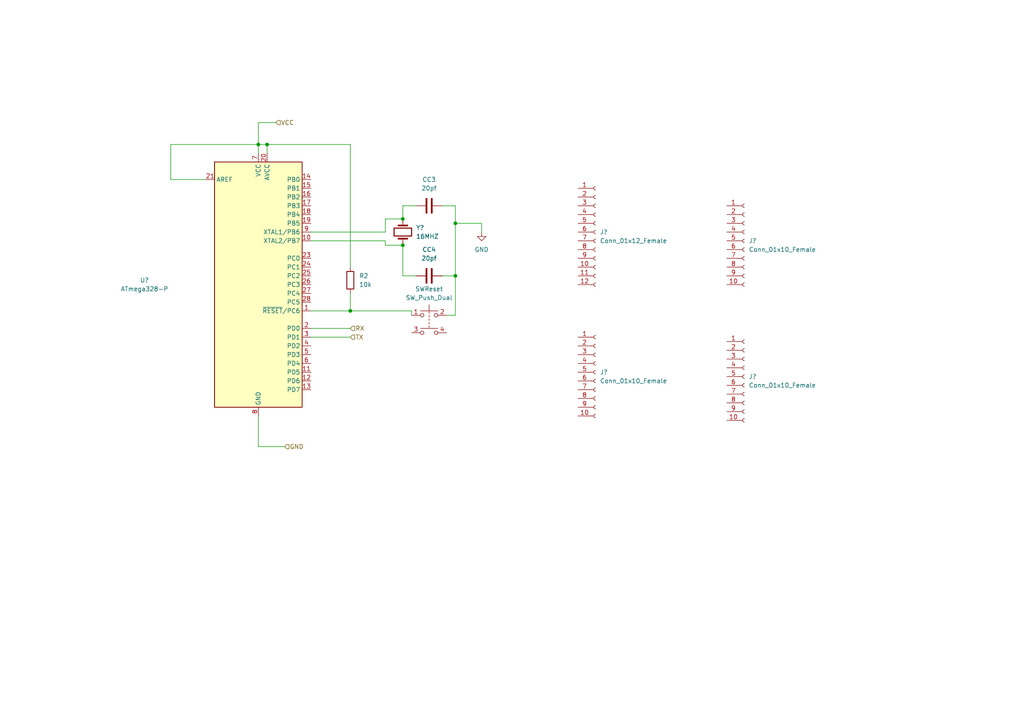
<source format=kicad_sch>
(kicad_sch (version 20211123) (generator eeschema)

  (uuid a5e6607e-2e8a-4a1f-bfe4-1b8c47056159)

  (paper "A4")

  (lib_symbols
    (symbol "Connector:Conn_01x10_Female" (pin_names (offset 1.016) hide) (in_bom yes) (on_board yes)
      (property "Reference" "J" (id 0) (at 0 12.7 0)
        (effects (font (size 1.27 1.27)))
      )
      (property "Value" "Conn_01x10_Female" (id 1) (at 0 -15.24 0)
        (effects (font (size 1.27 1.27)))
      )
      (property "Footprint" "" (id 2) (at 0 0 0)
        (effects (font (size 1.27 1.27)) hide)
      )
      (property "Datasheet" "~" (id 3) (at 0 0 0)
        (effects (font (size 1.27 1.27)) hide)
      )
      (property "ki_keywords" "connector" (id 4) (at 0 0 0)
        (effects (font (size 1.27 1.27)) hide)
      )
      (property "ki_description" "Generic connector, single row, 01x10, script generated (kicad-library-utils/schlib/autogen/connector/)" (id 5) (at 0 0 0)
        (effects (font (size 1.27 1.27)) hide)
      )
      (property "ki_fp_filters" "Connector*:*_1x??_*" (id 6) (at 0 0 0)
        (effects (font (size 1.27 1.27)) hide)
      )
      (symbol "Conn_01x10_Female_1_1"
        (arc (start 0 -12.192) (mid -0.508 -12.7) (end 0 -13.208)
          (stroke (width 0.1524) (type default) (color 0 0 0 0))
          (fill (type none))
        )
        (arc (start 0 -9.652) (mid -0.508 -10.16) (end 0 -10.668)
          (stroke (width 0.1524) (type default) (color 0 0 0 0))
          (fill (type none))
        )
        (arc (start 0 -7.112) (mid -0.508 -7.62) (end 0 -8.128)
          (stroke (width 0.1524) (type default) (color 0 0 0 0))
          (fill (type none))
        )
        (arc (start 0 -4.572) (mid -0.508 -5.08) (end 0 -5.588)
          (stroke (width 0.1524) (type default) (color 0 0 0 0))
          (fill (type none))
        )
        (arc (start 0 -2.032) (mid -0.508 -2.54) (end 0 -3.048)
          (stroke (width 0.1524) (type default) (color 0 0 0 0))
          (fill (type none))
        )
        (polyline
          (pts
            (xy -1.27 -12.7)
            (xy -0.508 -12.7)
          )
          (stroke (width 0.1524) (type default) (color 0 0 0 0))
          (fill (type none))
        )
        (polyline
          (pts
            (xy -1.27 -10.16)
            (xy -0.508 -10.16)
          )
          (stroke (width 0.1524) (type default) (color 0 0 0 0))
          (fill (type none))
        )
        (polyline
          (pts
            (xy -1.27 -7.62)
            (xy -0.508 -7.62)
          )
          (stroke (width 0.1524) (type default) (color 0 0 0 0))
          (fill (type none))
        )
        (polyline
          (pts
            (xy -1.27 -5.08)
            (xy -0.508 -5.08)
          )
          (stroke (width 0.1524) (type default) (color 0 0 0 0))
          (fill (type none))
        )
        (polyline
          (pts
            (xy -1.27 -2.54)
            (xy -0.508 -2.54)
          )
          (stroke (width 0.1524) (type default) (color 0 0 0 0))
          (fill (type none))
        )
        (polyline
          (pts
            (xy -1.27 0)
            (xy -0.508 0)
          )
          (stroke (width 0.1524) (type default) (color 0 0 0 0))
          (fill (type none))
        )
        (polyline
          (pts
            (xy -1.27 2.54)
            (xy -0.508 2.54)
          )
          (stroke (width 0.1524) (type default) (color 0 0 0 0))
          (fill (type none))
        )
        (polyline
          (pts
            (xy -1.27 5.08)
            (xy -0.508 5.08)
          )
          (stroke (width 0.1524) (type default) (color 0 0 0 0))
          (fill (type none))
        )
        (polyline
          (pts
            (xy -1.27 7.62)
            (xy -0.508 7.62)
          )
          (stroke (width 0.1524) (type default) (color 0 0 0 0))
          (fill (type none))
        )
        (polyline
          (pts
            (xy -1.27 10.16)
            (xy -0.508 10.16)
          )
          (stroke (width 0.1524) (type default) (color 0 0 0 0))
          (fill (type none))
        )
        (arc (start 0 0.508) (mid -0.508 0) (end 0 -0.508)
          (stroke (width 0.1524) (type default) (color 0 0 0 0))
          (fill (type none))
        )
        (arc (start 0 3.048) (mid -0.508 2.54) (end 0 2.032)
          (stroke (width 0.1524) (type default) (color 0 0 0 0))
          (fill (type none))
        )
        (arc (start 0 5.588) (mid -0.508 5.08) (end 0 4.572)
          (stroke (width 0.1524) (type default) (color 0 0 0 0))
          (fill (type none))
        )
        (arc (start 0 8.128) (mid -0.508 7.62) (end 0 7.112)
          (stroke (width 0.1524) (type default) (color 0 0 0 0))
          (fill (type none))
        )
        (arc (start 0 10.668) (mid -0.508 10.16) (end 0 9.652)
          (stroke (width 0.1524) (type default) (color 0 0 0 0))
          (fill (type none))
        )
        (pin passive line (at -5.08 10.16 0) (length 3.81)
          (name "Pin_1" (effects (font (size 1.27 1.27))))
          (number "1" (effects (font (size 1.27 1.27))))
        )
        (pin passive line (at -5.08 -12.7 0) (length 3.81)
          (name "Pin_10" (effects (font (size 1.27 1.27))))
          (number "10" (effects (font (size 1.27 1.27))))
        )
        (pin passive line (at -5.08 7.62 0) (length 3.81)
          (name "Pin_2" (effects (font (size 1.27 1.27))))
          (number "2" (effects (font (size 1.27 1.27))))
        )
        (pin passive line (at -5.08 5.08 0) (length 3.81)
          (name "Pin_3" (effects (font (size 1.27 1.27))))
          (number "3" (effects (font (size 1.27 1.27))))
        )
        (pin passive line (at -5.08 2.54 0) (length 3.81)
          (name "Pin_4" (effects (font (size 1.27 1.27))))
          (number "4" (effects (font (size 1.27 1.27))))
        )
        (pin passive line (at -5.08 0 0) (length 3.81)
          (name "Pin_5" (effects (font (size 1.27 1.27))))
          (number "5" (effects (font (size 1.27 1.27))))
        )
        (pin passive line (at -5.08 -2.54 0) (length 3.81)
          (name "Pin_6" (effects (font (size 1.27 1.27))))
          (number "6" (effects (font (size 1.27 1.27))))
        )
        (pin passive line (at -5.08 -5.08 0) (length 3.81)
          (name "Pin_7" (effects (font (size 1.27 1.27))))
          (number "7" (effects (font (size 1.27 1.27))))
        )
        (pin passive line (at -5.08 -7.62 0) (length 3.81)
          (name "Pin_8" (effects (font (size 1.27 1.27))))
          (number "8" (effects (font (size 1.27 1.27))))
        )
        (pin passive line (at -5.08 -10.16 0) (length 3.81)
          (name "Pin_9" (effects (font (size 1.27 1.27))))
          (number "9" (effects (font (size 1.27 1.27))))
        )
      )
    )
    (symbol "Connector:Conn_01x12_Female" (pin_names (offset 1.016) hide) (in_bom yes) (on_board yes)
      (property "Reference" "J" (id 0) (at 0 15.24 0)
        (effects (font (size 1.27 1.27)))
      )
      (property "Value" "Conn_01x12_Female" (id 1) (at 0 -17.78 0)
        (effects (font (size 1.27 1.27)))
      )
      (property "Footprint" "" (id 2) (at 0 0 0)
        (effects (font (size 1.27 1.27)) hide)
      )
      (property "Datasheet" "~" (id 3) (at 0 0 0)
        (effects (font (size 1.27 1.27)) hide)
      )
      (property "ki_keywords" "connector" (id 4) (at 0 0 0)
        (effects (font (size 1.27 1.27)) hide)
      )
      (property "ki_description" "Generic connector, single row, 01x12, script generated (kicad-library-utils/schlib/autogen/connector/)" (id 5) (at 0 0 0)
        (effects (font (size 1.27 1.27)) hide)
      )
      (property "ki_fp_filters" "Connector*:*_1x??_*" (id 6) (at 0 0 0)
        (effects (font (size 1.27 1.27)) hide)
      )
      (symbol "Conn_01x12_Female_1_1"
        (arc (start 0 -14.732) (mid -0.508 -15.24) (end 0 -15.748)
          (stroke (width 0.1524) (type default) (color 0 0 0 0))
          (fill (type none))
        )
        (arc (start 0 -12.192) (mid -0.508 -12.7) (end 0 -13.208)
          (stroke (width 0.1524) (type default) (color 0 0 0 0))
          (fill (type none))
        )
        (arc (start 0 -9.652) (mid -0.508 -10.16) (end 0 -10.668)
          (stroke (width 0.1524) (type default) (color 0 0 0 0))
          (fill (type none))
        )
        (arc (start 0 -7.112) (mid -0.508 -7.62) (end 0 -8.128)
          (stroke (width 0.1524) (type default) (color 0 0 0 0))
          (fill (type none))
        )
        (arc (start 0 -4.572) (mid -0.508 -5.08) (end 0 -5.588)
          (stroke (width 0.1524) (type default) (color 0 0 0 0))
          (fill (type none))
        )
        (arc (start 0 -2.032) (mid -0.508 -2.54) (end 0 -3.048)
          (stroke (width 0.1524) (type default) (color 0 0 0 0))
          (fill (type none))
        )
        (polyline
          (pts
            (xy -1.27 -15.24)
            (xy -0.508 -15.24)
          )
          (stroke (width 0.1524) (type default) (color 0 0 0 0))
          (fill (type none))
        )
        (polyline
          (pts
            (xy -1.27 -12.7)
            (xy -0.508 -12.7)
          )
          (stroke (width 0.1524) (type default) (color 0 0 0 0))
          (fill (type none))
        )
        (polyline
          (pts
            (xy -1.27 -10.16)
            (xy -0.508 -10.16)
          )
          (stroke (width 0.1524) (type default) (color 0 0 0 0))
          (fill (type none))
        )
        (polyline
          (pts
            (xy -1.27 -7.62)
            (xy -0.508 -7.62)
          )
          (stroke (width 0.1524) (type default) (color 0 0 0 0))
          (fill (type none))
        )
        (polyline
          (pts
            (xy -1.27 -5.08)
            (xy -0.508 -5.08)
          )
          (stroke (width 0.1524) (type default) (color 0 0 0 0))
          (fill (type none))
        )
        (polyline
          (pts
            (xy -1.27 -2.54)
            (xy -0.508 -2.54)
          )
          (stroke (width 0.1524) (type default) (color 0 0 0 0))
          (fill (type none))
        )
        (polyline
          (pts
            (xy -1.27 0)
            (xy -0.508 0)
          )
          (stroke (width 0.1524) (type default) (color 0 0 0 0))
          (fill (type none))
        )
        (polyline
          (pts
            (xy -1.27 2.54)
            (xy -0.508 2.54)
          )
          (stroke (width 0.1524) (type default) (color 0 0 0 0))
          (fill (type none))
        )
        (polyline
          (pts
            (xy -1.27 5.08)
            (xy -0.508 5.08)
          )
          (stroke (width 0.1524) (type default) (color 0 0 0 0))
          (fill (type none))
        )
        (polyline
          (pts
            (xy -1.27 7.62)
            (xy -0.508 7.62)
          )
          (stroke (width 0.1524) (type default) (color 0 0 0 0))
          (fill (type none))
        )
        (polyline
          (pts
            (xy -1.27 10.16)
            (xy -0.508 10.16)
          )
          (stroke (width 0.1524) (type default) (color 0 0 0 0))
          (fill (type none))
        )
        (polyline
          (pts
            (xy -1.27 12.7)
            (xy -0.508 12.7)
          )
          (stroke (width 0.1524) (type default) (color 0 0 0 0))
          (fill (type none))
        )
        (arc (start 0 0.508) (mid -0.508 0) (end 0 -0.508)
          (stroke (width 0.1524) (type default) (color 0 0 0 0))
          (fill (type none))
        )
        (arc (start 0 3.048) (mid -0.508 2.54) (end 0 2.032)
          (stroke (width 0.1524) (type default) (color 0 0 0 0))
          (fill (type none))
        )
        (arc (start 0 5.588) (mid -0.508 5.08) (end 0 4.572)
          (stroke (width 0.1524) (type default) (color 0 0 0 0))
          (fill (type none))
        )
        (arc (start 0 8.128) (mid -0.508 7.62) (end 0 7.112)
          (stroke (width 0.1524) (type default) (color 0 0 0 0))
          (fill (type none))
        )
        (arc (start 0 10.668) (mid -0.508 10.16) (end 0 9.652)
          (stroke (width 0.1524) (type default) (color 0 0 0 0))
          (fill (type none))
        )
        (arc (start 0 13.208) (mid -0.508 12.7) (end 0 12.192)
          (stroke (width 0.1524) (type default) (color 0 0 0 0))
          (fill (type none))
        )
        (pin passive line (at -5.08 12.7 0) (length 3.81)
          (name "Pin_1" (effects (font (size 1.27 1.27))))
          (number "1" (effects (font (size 1.27 1.27))))
        )
        (pin passive line (at -5.08 -10.16 0) (length 3.81)
          (name "Pin_10" (effects (font (size 1.27 1.27))))
          (number "10" (effects (font (size 1.27 1.27))))
        )
        (pin passive line (at -5.08 -12.7 0) (length 3.81)
          (name "Pin_11" (effects (font (size 1.27 1.27))))
          (number "11" (effects (font (size 1.27 1.27))))
        )
        (pin passive line (at -5.08 -15.24 0) (length 3.81)
          (name "Pin_12" (effects (font (size 1.27 1.27))))
          (number "12" (effects (font (size 1.27 1.27))))
        )
        (pin passive line (at -5.08 10.16 0) (length 3.81)
          (name "Pin_2" (effects (font (size 1.27 1.27))))
          (number "2" (effects (font (size 1.27 1.27))))
        )
        (pin passive line (at -5.08 7.62 0) (length 3.81)
          (name "Pin_3" (effects (font (size 1.27 1.27))))
          (number "3" (effects (font (size 1.27 1.27))))
        )
        (pin passive line (at -5.08 5.08 0) (length 3.81)
          (name "Pin_4" (effects (font (size 1.27 1.27))))
          (number "4" (effects (font (size 1.27 1.27))))
        )
        (pin passive line (at -5.08 2.54 0) (length 3.81)
          (name "Pin_5" (effects (font (size 1.27 1.27))))
          (number "5" (effects (font (size 1.27 1.27))))
        )
        (pin passive line (at -5.08 0 0) (length 3.81)
          (name "Pin_6" (effects (font (size 1.27 1.27))))
          (number "6" (effects (font (size 1.27 1.27))))
        )
        (pin passive line (at -5.08 -2.54 0) (length 3.81)
          (name "Pin_7" (effects (font (size 1.27 1.27))))
          (number "7" (effects (font (size 1.27 1.27))))
        )
        (pin passive line (at -5.08 -5.08 0) (length 3.81)
          (name "Pin_8" (effects (font (size 1.27 1.27))))
          (number "8" (effects (font (size 1.27 1.27))))
        )
        (pin passive line (at -5.08 -7.62 0) (length 3.81)
          (name "Pin_9" (effects (font (size 1.27 1.27))))
          (number "9" (effects (font (size 1.27 1.27))))
        )
      )
    )
    (symbol "Device:C" (pin_numbers hide) (pin_names (offset 0.254)) (in_bom yes) (on_board yes)
      (property "Reference" "C" (id 0) (at 0.635 2.54 0)
        (effects (font (size 1.27 1.27)) (justify left))
      )
      (property "Value" "C" (id 1) (at 0.635 -2.54 0)
        (effects (font (size 1.27 1.27)) (justify left))
      )
      (property "Footprint" "" (id 2) (at 0.9652 -3.81 0)
        (effects (font (size 1.27 1.27)) hide)
      )
      (property "Datasheet" "~" (id 3) (at 0 0 0)
        (effects (font (size 1.27 1.27)) hide)
      )
      (property "ki_keywords" "cap capacitor" (id 4) (at 0 0 0)
        (effects (font (size 1.27 1.27)) hide)
      )
      (property "ki_description" "Unpolarized capacitor" (id 5) (at 0 0 0)
        (effects (font (size 1.27 1.27)) hide)
      )
      (property "ki_fp_filters" "C_*" (id 6) (at 0 0 0)
        (effects (font (size 1.27 1.27)) hide)
      )
      (symbol "C_0_1"
        (polyline
          (pts
            (xy -2.032 -0.762)
            (xy 2.032 -0.762)
          )
          (stroke (width 0.508) (type default) (color 0 0 0 0))
          (fill (type none))
        )
        (polyline
          (pts
            (xy -2.032 0.762)
            (xy 2.032 0.762)
          )
          (stroke (width 0.508) (type default) (color 0 0 0 0))
          (fill (type none))
        )
      )
      (symbol "C_1_1"
        (pin passive line (at 0 3.81 270) (length 2.794)
          (name "~" (effects (font (size 1.27 1.27))))
          (number "1" (effects (font (size 1.27 1.27))))
        )
        (pin passive line (at 0 -3.81 90) (length 2.794)
          (name "~" (effects (font (size 1.27 1.27))))
          (number "2" (effects (font (size 1.27 1.27))))
        )
      )
    )
    (symbol "Device:Crystal" (pin_numbers hide) (pin_names (offset 1.016) hide) (in_bom yes) (on_board yes)
      (property "Reference" "Y" (id 0) (at 0 3.81 0)
        (effects (font (size 1.27 1.27)))
      )
      (property "Value" "Crystal" (id 1) (at 0 -3.81 0)
        (effects (font (size 1.27 1.27)))
      )
      (property "Footprint" "" (id 2) (at 0 0 0)
        (effects (font (size 1.27 1.27)) hide)
      )
      (property "Datasheet" "~" (id 3) (at 0 0 0)
        (effects (font (size 1.27 1.27)) hide)
      )
      (property "ki_keywords" "quartz ceramic resonator oscillator" (id 4) (at 0 0 0)
        (effects (font (size 1.27 1.27)) hide)
      )
      (property "ki_description" "Two pin crystal" (id 5) (at 0 0 0)
        (effects (font (size 1.27 1.27)) hide)
      )
      (property "ki_fp_filters" "Crystal*" (id 6) (at 0 0 0)
        (effects (font (size 1.27 1.27)) hide)
      )
      (symbol "Crystal_0_1"
        (rectangle (start -1.143 2.54) (end 1.143 -2.54)
          (stroke (width 0.3048) (type default) (color 0 0 0 0))
          (fill (type none))
        )
        (polyline
          (pts
            (xy -2.54 0)
            (xy -1.905 0)
          )
          (stroke (width 0) (type default) (color 0 0 0 0))
          (fill (type none))
        )
        (polyline
          (pts
            (xy -1.905 -1.27)
            (xy -1.905 1.27)
          )
          (stroke (width 0.508) (type default) (color 0 0 0 0))
          (fill (type none))
        )
        (polyline
          (pts
            (xy 1.905 -1.27)
            (xy 1.905 1.27)
          )
          (stroke (width 0.508) (type default) (color 0 0 0 0))
          (fill (type none))
        )
        (polyline
          (pts
            (xy 2.54 0)
            (xy 1.905 0)
          )
          (stroke (width 0) (type default) (color 0 0 0 0))
          (fill (type none))
        )
      )
      (symbol "Crystal_1_1"
        (pin passive line (at -3.81 0 0) (length 1.27)
          (name "1" (effects (font (size 1.27 1.27))))
          (number "1" (effects (font (size 1.27 1.27))))
        )
        (pin passive line (at 3.81 0 180) (length 1.27)
          (name "2" (effects (font (size 1.27 1.27))))
          (number "2" (effects (font (size 1.27 1.27))))
        )
      )
    )
    (symbol "Device:R" (pin_numbers hide) (pin_names (offset 0)) (in_bom yes) (on_board yes)
      (property "Reference" "R" (id 0) (at 2.032 0 90)
        (effects (font (size 1.27 1.27)))
      )
      (property "Value" "R" (id 1) (at 0 0 90)
        (effects (font (size 1.27 1.27)))
      )
      (property "Footprint" "" (id 2) (at -1.778 0 90)
        (effects (font (size 1.27 1.27)) hide)
      )
      (property "Datasheet" "~" (id 3) (at 0 0 0)
        (effects (font (size 1.27 1.27)) hide)
      )
      (property "ki_keywords" "R res resistor" (id 4) (at 0 0 0)
        (effects (font (size 1.27 1.27)) hide)
      )
      (property "ki_description" "Resistor" (id 5) (at 0 0 0)
        (effects (font (size 1.27 1.27)) hide)
      )
      (property "ki_fp_filters" "R_*" (id 6) (at 0 0 0)
        (effects (font (size 1.27 1.27)) hide)
      )
      (symbol "R_0_1"
        (rectangle (start -1.016 -2.54) (end 1.016 2.54)
          (stroke (width 0.254) (type default) (color 0 0 0 0))
          (fill (type none))
        )
      )
      (symbol "R_1_1"
        (pin passive line (at 0 3.81 270) (length 1.27)
          (name "~" (effects (font (size 1.27 1.27))))
          (number "1" (effects (font (size 1.27 1.27))))
        )
        (pin passive line (at 0 -3.81 90) (length 1.27)
          (name "~" (effects (font (size 1.27 1.27))))
          (number "2" (effects (font (size 1.27 1.27))))
        )
      )
    )
    (symbol "MCU_Microchip_ATmega:ATmega328-P" (in_bom yes) (on_board yes)
      (property "Reference" "U" (id 0) (at -12.7 36.83 0)
        (effects (font (size 1.27 1.27)) (justify left bottom))
      )
      (property "Value" "ATmega328-P" (id 1) (at 2.54 -36.83 0)
        (effects (font (size 1.27 1.27)) (justify left top))
      )
      (property "Footprint" "Package_DIP:DIP-28_W7.62mm" (id 2) (at 0 0 0)
        (effects (font (size 1.27 1.27) italic) hide)
      )
      (property "Datasheet" "http://ww1.microchip.com/downloads/en/DeviceDoc/ATmega328_P%20AVR%20MCU%20with%20picoPower%20Technology%20Data%20Sheet%2040001984A.pdf" (id 3) (at 0 0 0)
        (effects (font (size 1.27 1.27)) hide)
      )
      (property "ki_keywords" "AVR 8bit Microcontroller MegaAVR" (id 4) (at 0 0 0)
        (effects (font (size 1.27 1.27)) hide)
      )
      (property "ki_description" "20MHz, 32kB Flash, 2kB SRAM, 1kB EEPROM, DIP-28" (id 5) (at 0 0 0)
        (effects (font (size 1.27 1.27)) hide)
      )
      (property "ki_fp_filters" "DIP*W7.62mm*" (id 6) (at 0 0 0)
        (effects (font (size 1.27 1.27)) hide)
      )
      (symbol "ATmega328-P_0_1"
        (rectangle (start -12.7 -35.56) (end 12.7 35.56)
          (stroke (width 0.254) (type default) (color 0 0 0 0))
          (fill (type background))
        )
      )
      (symbol "ATmega328-P_1_1"
        (pin bidirectional line (at 15.24 -7.62 180) (length 2.54)
          (name "~{RESET}/PC6" (effects (font (size 1.27 1.27))))
          (number "1" (effects (font (size 1.27 1.27))))
        )
        (pin bidirectional line (at 15.24 12.7 180) (length 2.54)
          (name "XTAL2/PB7" (effects (font (size 1.27 1.27))))
          (number "10" (effects (font (size 1.27 1.27))))
        )
        (pin bidirectional line (at 15.24 -25.4 180) (length 2.54)
          (name "PD5" (effects (font (size 1.27 1.27))))
          (number "11" (effects (font (size 1.27 1.27))))
        )
        (pin bidirectional line (at 15.24 -27.94 180) (length 2.54)
          (name "PD6" (effects (font (size 1.27 1.27))))
          (number "12" (effects (font (size 1.27 1.27))))
        )
        (pin bidirectional line (at 15.24 -30.48 180) (length 2.54)
          (name "PD7" (effects (font (size 1.27 1.27))))
          (number "13" (effects (font (size 1.27 1.27))))
        )
        (pin bidirectional line (at 15.24 30.48 180) (length 2.54)
          (name "PB0" (effects (font (size 1.27 1.27))))
          (number "14" (effects (font (size 1.27 1.27))))
        )
        (pin bidirectional line (at 15.24 27.94 180) (length 2.54)
          (name "PB1" (effects (font (size 1.27 1.27))))
          (number "15" (effects (font (size 1.27 1.27))))
        )
        (pin bidirectional line (at 15.24 25.4 180) (length 2.54)
          (name "PB2" (effects (font (size 1.27 1.27))))
          (number "16" (effects (font (size 1.27 1.27))))
        )
        (pin bidirectional line (at 15.24 22.86 180) (length 2.54)
          (name "PB3" (effects (font (size 1.27 1.27))))
          (number "17" (effects (font (size 1.27 1.27))))
        )
        (pin bidirectional line (at 15.24 20.32 180) (length 2.54)
          (name "PB4" (effects (font (size 1.27 1.27))))
          (number "18" (effects (font (size 1.27 1.27))))
        )
        (pin bidirectional line (at 15.24 17.78 180) (length 2.54)
          (name "PB5" (effects (font (size 1.27 1.27))))
          (number "19" (effects (font (size 1.27 1.27))))
        )
        (pin bidirectional line (at 15.24 -12.7 180) (length 2.54)
          (name "PD0" (effects (font (size 1.27 1.27))))
          (number "2" (effects (font (size 1.27 1.27))))
        )
        (pin power_in line (at 2.54 38.1 270) (length 2.54)
          (name "AVCC" (effects (font (size 1.27 1.27))))
          (number "20" (effects (font (size 1.27 1.27))))
        )
        (pin passive line (at -15.24 30.48 0) (length 2.54)
          (name "AREF" (effects (font (size 1.27 1.27))))
          (number "21" (effects (font (size 1.27 1.27))))
        )
        (pin passive line (at 0 -38.1 90) (length 2.54) hide
          (name "GND" (effects (font (size 1.27 1.27))))
          (number "22" (effects (font (size 1.27 1.27))))
        )
        (pin bidirectional line (at 15.24 7.62 180) (length 2.54)
          (name "PC0" (effects (font (size 1.27 1.27))))
          (number "23" (effects (font (size 1.27 1.27))))
        )
        (pin bidirectional line (at 15.24 5.08 180) (length 2.54)
          (name "PC1" (effects (font (size 1.27 1.27))))
          (number "24" (effects (font (size 1.27 1.27))))
        )
        (pin bidirectional line (at 15.24 2.54 180) (length 2.54)
          (name "PC2" (effects (font (size 1.27 1.27))))
          (number "25" (effects (font (size 1.27 1.27))))
        )
        (pin bidirectional line (at 15.24 0 180) (length 2.54)
          (name "PC3" (effects (font (size 1.27 1.27))))
          (number "26" (effects (font (size 1.27 1.27))))
        )
        (pin bidirectional line (at 15.24 -2.54 180) (length 2.54)
          (name "PC4" (effects (font (size 1.27 1.27))))
          (number "27" (effects (font (size 1.27 1.27))))
        )
        (pin bidirectional line (at 15.24 -5.08 180) (length 2.54)
          (name "PC5" (effects (font (size 1.27 1.27))))
          (number "28" (effects (font (size 1.27 1.27))))
        )
        (pin bidirectional line (at 15.24 -15.24 180) (length 2.54)
          (name "PD1" (effects (font (size 1.27 1.27))))
          (number "3" (effects (font (size 1.27 1.27))))
        )
        (pin bidirectional line (at 15.24 -17.78 180) (length 2.54)
          (name "PD2" (effects (font (size 1.27 1.27))))
          (number "4" (effects (font (size 1.27 1.27))))
        )
        (pin bidirectional line (at 15.24 -20.32 180) (length 2.54)
          (name "PD3" (effects (font (size 1.27 1.27))))
          (number "5" (effects (font (size 1.27 1.27))))
        )
        (pin bidirectional line (at 15.24 -22.86 180) (length 2.54)
          (name "PD4" (effects (font (size 1.27 1.27))))
          (number "6" (effects (font (size 1.27 1.27))))
        )
        (pin power_in line (at 0 38.1 270) (length 2.54)
          (name "VCC" (effects (font (size 1.27 1.27))))
          (number "7" (effects (font (size 1.27 1.27))))
        )
        (pin power_in line (at 0 -38.1 90) (length 2.54)
          (name "GND" (effects (font (size 1.27 1.27))))
          (number "8" (effects (font (size 1.27 1.27))))
        )
        (pin bidirectional line (at 15.24 15.24 180) (length 2.54)
          (name "XTAL1/PB6" (effects (font (size 1.27 1.27))))
          (number "9" (effects (font (size 1.27 1.27))))
        )
      )
    )
    (symbol "Switch:SW_Push_Dual" (pin_names (offset 1.016) hide) (in_bom yes) (on_board yes)
      (property "Reference" "SW" (id 0) (at 1.27 2.54 0)
        (effects (font (size 1.27 1.27)) (justify left))
      )
      (property "Value" "SW_Push_Dual" (id 1) (at 0 -6.858 0)
        (effects (font (size 1.27 1.27)))
      )
      (property "Footprint" "" (id 2) (at 0 5.08 0)
        (effects (font (size 1.27 1.27)) hide)
      )
      (property "Datasheet" "~" (id 3) (at 0 5.08 0)
        (effects (font (size 1.27 1.27)) hide)
      )
      (property "ki_keywords" "switch normally-open pushbutton push-button" (id 4) (at 0 0 0)
        (effects (font (size 1.27 1.27)) hide)
      )
      (property "ki_description" "Push button switch, generic, symbol, four pins" (id 5) (at 0 0 0)
        (effects (font (size 1.27 1.27)) hide)
      )
      (symbol "SW_Push_Dual_0_1"
        (circle (center -2.032 -5.08) (radius 0.508)
          (stroke (width 0) (type default) (color 0 0 0 0))
          (fill (type none))
        )
        (circle (center -2.032 0) (radius 0.508)
          (stroke (width 0) (type default) (color 0 0 0 0))
          (fill (type none))
        )
        (polyline
          (pts
            (xy 0 -3.048)
            (xy 0 -3.556)
          )
          (stroke (width 0) (type default) (color 0 0 0 0))
          (fill (type none))
        )
        (polyline
          (pts
            (xy 0 -2.032)
            (xy 0 -2.54)
          )
          (stroke (width 0) (type default) (color 0 0 0 0))
          (fill (type none))
        )
        (polyline
          (pts
            (xy 0 -1.524)
            (xy 0 -1.016)
          )
          (stroke (width 0) (type default) (color 0 0 0 0))
          (fill (type none))
        )
        (polyline
          (pts
            (xy 0 -0.508)
            (xy 0 0)
          )
          (stroke (width 0) (type default) (color 0 0 0 0))
          (fill (type none))
        )
        (polyline
          (pts
            (xy 0 0.508)
            (xy 0 1.016)
          )
          (stroke (width 0) (type default) (color 0 0 0 0))
          (fill (type none))
        )
        (polyline
          (pts
            (xy 0 1.27)
            (xy 0 3.048)
          )
          (stroke (width 0) (type default) (color 0 0 0 0))
          (fill (type none))
        )
        (polyline
          (pts
            (xy 2.54 -3.81)
            (xy -2.54 -3.81)
          )
          (stroke (width 0) (type default) (color 0 0 0 0))
          (fill (type none))
        )
        (polyline
          (pts
            (xy 2.54 1.27)
            (xy -2.54 1.27)
          )
          (stroke (width 0) (type default) (color 0 0 0 0))
          (fill (type none))
        )
        (circle (center 2.032 -5.08) (radius 0.508)
          (stroke (width 0) (type default) (color 0 0 0 0))
          (fill (type none))
        )
        (circle (center 2.032 0) (radius 0.508)
          (stroke (width 0) (type default) (color 0 0 0 0))
          (fill (type none))
        )
        (pin passive line (at -5.08 0 0) (length 2.54)
          (name "1" (effects (font (size 1.27 1.27))))
          (number "1" (effects (font (size 1.27 1.27))))
        )
        (pin passive line (at 5.08 0 180) (length 2.54)
          (name "2" (effects (font (size 1.27 1.27))))
          (number "2" (effects (font (size 1.27 1.27))))
        )
        (pin passive line (at -5.08 -5.08 0) (length 2.54)
          (name "3" (effects (font (size 1.27 1.27))))
          (number "3" (effects (font (size 1.27 1.27))))
        )
        (pin passive line (at 5.08 -5.08 180) (length 2.54)
          (name "4" (effects (font (size 1.27 1.27))))
          (number "4" (effects (font (size 1.27 1.27))))
        )
      )
    )
    (symbol "power:GND" (power) (pin_names (offset 0)) (in_bom yes) (on_board yes)
      (property "Reference" "#PWR" (id 0) (at 0 -6.35 0)
        (effects (font (size 1.27 1.27)) hide)
      )
      (property "Value" "GND" (id 1) (at 0 -3.81 0)
        (effects (font (size 1.27 1.27)))
      )
      (property "Footprint" "" (id 2) (at 0 0 0)
        (effects (font (size 1.27 1.27)) hide)
      )
      (property "Datasheet" "" (id 3) (at 0 0 0)
        (effects (font (size 1.27 1.27)) hide)
      )
      (property "ki_keywords" "power-flag" (id 4) (at 0 0 0)
        (effects (font (size 1.27 1.27)) hide)
      )
      (property "ki_description" "Power symbol creates a global label with name \"GND\" , ground" (id 5) (at 0 0 0)
        (effects (font (size 1.27 1.27)) hide)
      )
      (symbol "GND_0_1"
        (polyline
          (pts
            (xy 0 0)
            (xy 0 -1.27)
            (xy 1.27 -1.27)
            (xy 0 -2.54)
            (xy -1.27 -1.27)
            (xy 0 -1.27)
          )
          (stroke (width 0) (type default) (color 0 0 0 0))
          (fill (type none))
        )
      )
      (symbol "GND_1_1"
        (pin power_in line (at 0 0 270) (length 0) hide
          (name "GND" (effects (font (size 1.27 1.27))))
          (number "1" (effects (font (size 1.27 1.27))))
        )
      )
    )
  )

  (junction (at 116.84 71.12) (diameter 0) (color 0 0 0 0)
    (uuid 25044d44-f3fd-476b-abb1-436700a341bb)
  )
  (junction (at 77.47 41.91) (diameter 0) (color 0 0 0 0)
    (uuid 278b1235-69e8-4e30-a310-9558ad54e5bc)
  )
  (junction (at 101.6 90.17) (diameter 0) (color 0 0 0 0)
    (uuid 3505016d-939c-4886-a4a3-2e89e4351ff3)
  )
  (junction (at 116.84 63.5) (diameter 0) (color 0 0 0 0)
    (uuid 74effd78-de28-4a80-aba8-71ce5da26eb4)
  )
  (junction (at 132.08 64.77) (diameter 0) (color 0 0 0 0)
    (uuid a1bd2eb9-a0ba-4308-a86c-30de950ddd46)
  )
  (junction (at 132.08 80.01) (diameter 0) (color 0 0 0 0)
    (uuid b7384010-91a4-4e1f-82fc-fef2f1237158)
  )
  (junction (at 74.93 41.91) (diameter 0) (color 0 0 0 0)
    (uuid f031f43b-08ca-4f97-ae90-c1fd6ec82159)
  )

  (wire (pts (xy 59.69 52.07) (xy 49.53 52.07))
    (stroke (width 0) (type default) (color 0 0 0 0))
    (uuid 05124105-3f86-43be-9f5e-98ad9c8c3f5d)
  )
  (wire (pts (xy 49.53 52.07) (xy 49.53 41.91))
    (stroke (width 0) (type default) (color 0 0 0 0))
    (uuid 0b56b7d4-1d11-45b9-80b6-d948916a33ba)
  )
  (wire (pts (xy 111.76 67.31) (xy 111.76 63.5))
    (stroke (width 0) (type default) (color 0 0 0 0))
    (uuid 0baed9b2-2099-40d7-8889-8b98267a4339)
  )
  (wire (pts (xy 90.17 95.25) (xy 101.6 95.25))
    (stroke (width 0) (type default) (color 0 0 0 0))
    (uuid 10d558c6-5257-4dff-9d63-b881f35ca76a)
  )
  (wire (pts (xy 101.6 90.17) (xy 90.17 90.17))
    (stroke (width 0) (type default) (color 0 0 0 0))
    (uuid 173255d9-d391-4d17-8368-1561de27aab7)
  )
  (wire (pts (xy 128.27 80.01) (xy 132.08 80.01))
    (stroke (width 0) (type default) (color 0 0 0 0))
    (uuid 1cbede07-28da-46d3-8769-6b81f29532ee)
  )
  (wire (pts (xy 74.93 41.91) (xy 77.47 41.91))
    (stroke (width 0) (type default) (color 0 0 0 0))
    (uuid 1cd196b7-35c7-484b-aea6-778d8aab1fbb)
  )
  (wire (pts (xy 132.08 80.01) (xy 132.08 91.44))
    (stroke (width 0) (type default) (color 0 0 0 0))
    (uuid 1fadf653-4bff-467d-b7af-690b9dd537ea)
  )
  (wire (pts (xy 90.17 97.79) (xy 101.6 97.79))
    (stroke (width 0) (type default) (color 0 0 0 0))
    (uuid 2c184ef1-babc-4809-8960-cd984d82416a)
  )
  (wire (pts (xy 111.76 69.85) (xy 111.76 71.12))
    (stroke (width 0) (type default) (color 0 0 0 0))
    (uuid 3fa87423-b837-4d90-a0a9-5389dd23c8b1)
  )
  (wire (pts (xy 80.01 35.56) (xy 74.93 35.56))
    (stroke (width 0) (type default) (color 0 0 0 0))
    (uuid 3ffca400-e68d-43c5-9e78-6a8b5e3db885)
  )
  (wire (pts (xy 101.6 41.91) (xy 101.6 77.47))
    (stroke (width 0) (type default) (color 0 0 0 0))
    (uuid 430ee83a-589c-4ee4-9c53-2da03ddf8883)
  )
  (wire (pts (xy 90.17 67.31) (xy 111.76 67.31))
    (stroke (width 0) (type default) (color 0 0 0 0))
    (uuid 43fa477d-983a-4c83-ae35-56a38e7110fa)
  )
  (wire (pts (xy 132.08 59.69) (xy 132.08 64.77))
    (stroke (width 0) (type default) (color 0 0 0 0))
    (uuid 47540eb4-3318-44f8-8d63-957cb6359362)
  )
  (wire (pts (xy 77.47 41.91) (xy 77.47 44.45))
    (stroke (width 0) (type default) (color 0 0 0 0))
    (uuid 52ec8949-0054-498a-b5a5-b1f021d16464)
  )
  (wire (pts (xy 132.08 64.77) (xy 132.08 80.01))
    (stroke (width 0) (type default) (color 0 0 0 0))
    (uuid 5c5be5b1-a55b-45a5-a627-b6325d4dc56c)
  )
  (wire (pts (xy 139.7 67.31) (xy 139.7 64.77))
    (stroke (width 0) (type default) (color 0 0 0 0))
    (uuid 5de53126-dcbe-479f-ba97-8132e40046c2)
  )
  (wire (pts (xy 116.84 59.69) (xy 120.65 59.69))
    (stroke (width 0) (type default) (color 0 0 0 0))
    (uuid 5f94f663-8779-4f82-9a5f-9bd4c8a71a56)
  )
  (wire (pts (xy 74.93 41.91) (xy 74.93 44.45))
    (stroke (width 0) (type default) (color 0 0 0 0))
    (uuid 64fab945-3a5d-46d6-8f33-50b013919f4f)
  )
  (wire (pts (xy 74.93 129.54) (xy 74.93 120.65))
    (stroke (width 0) (type default) (color 0 0 0 0))
    (uuid 67575496-a8f5-4526-bd04-80a883cc3ac0)
  )
  (wire (pts (xy 116.84 71.12) (xy 116.84 80.01))
    (stroke (width 0) (type default) (color 0 0 0 0))
    (uuid 69e7008c-802e-4944-9a4b-d1882a35a580)
  )
  (wire (pts (xy 111.76 71.12) (xy 116.84 71.12))
    (stroke (width 0) (type default) (color 0 0 0 0))
    (uuid 6ce97479-54c5-40f0-87c7-5bc617e5d3a9)
  )
  (wire (pts (xy 77.47 41.91) (xy 101.6 41.91))
    (stroke (width 0) (type default) (color 0 0 0 0))
    (uuid 6d872264-0d8a-4fab-82d7-903cb9eb55df)
  )
  (wire (pts (xy 116.84 80.01) (xy 120.65 80.01))
    (stroke (width 0) (type default) (color 0 0 0 0))
    (uuid 70162200-8a8a-4123-ba10-0cf18e5e889e)
  )
  (wire (pts (xy 101.6 85.09) (xy 101.6 90.17))
    (stroke (width 0) (type default) (color 0 0 0 0))
    (uuid 8e40d891-9a50-4c18-8499-5f531771686b)
  )
  (wire (pts (xy 111.76 63.5) (xy 116.84 63.5))
    (stroke (width 0) (type default) (color 0 0 0 0))
    (uuid 9dd2aa62-0455-43ec-b447-4d86d4773414)
  )
  (wire (pts (xy 116.84 63.5) (xy 116.84 59.69))
    (stroke (width 0) (type default) (color 0 0 0 0))
    (uuid b9248a91-5bc1-48a2-a1a1-dd36190281d9)
  )
  (wire (pts (xy 90.17 69.85) (xy 111.76 69.85))
    (stroke (width 0) (type default) (color 0 0 0 0))
    (uuid b9feab95-38f1-452d-af3d-3319d1c22120)
  )
  (wire (pts (xy 119.38 90.17) (xy 119.38 91.44))
    (stroke (width 0) (type default) (color 0 0 0 0))
    (uuid bb9f27d4-5678-43bb-8969-76355c932b06)
  )
  (wire (pts (xy 132.08 64.77) (xy 139.7 64.77))
    (stroke (width 0) (type default) (color 0 0 0 0))
    (uuid bc3e3656-4d0e-4274-84d7-d857fd3e6d6a)
  )
  (wire (pts (xy 74.93 35.56) (xy 74.93 41.91))
    (stroke (width 0) (type default) (color 0 0 0 0))
    (uuid bfeda9b0-96d8-4faf-920b-f4ebb5ed1acf)
  )
  (wire (pts (xy 128.27 59.69) (xy 132.08 59.69))
    (stroke (width 0) (type default) (color 0 0 0 0))
    (uuid c8472cde-3341-489f-80dc-4b2230dc4e0a)
  )
  (wire (pts (xy 82.55 129.54) (xy 74.93 129.54))
    (stroke (width 0) (type default) (color 0 0 0 0))
    (uuid cb9ba83c-1f14-44fc-9dd1-8b967d0309de)
  )
  (wire (pts (xy 129.54 91.44) (xy 132.08 91.44))
    (stroke (width 0) (type default) (color 0 0 0 0))
    (uuid d170dd5b-dee8-4599-98ab-32c5455bc6f8)
  )
  (wire (pts (xy 101.6 90.17) (xy 119.38 90.17))
    (stroke (width 0) (type default) (color 0 0 0 0))
    (uuid e50635b1-7a92-4d0d-b5cb-d9ee815fd253)
  )
  (wire (pts (xy 49.53 41.91) (xy 74.93 41.91))
    (stroke (width 0) (type default) (color 0 0 0 0))
    (uuid feea6e42-e897-46fa-9aee-6bd08f59946a)
  )

  (hierarchical_label "TX" (shape input) (at 101.6 97.79 0)
    (effects (font (size 1.27 1.27)) (justify left))
    (uuid 20aa028b-1e4b-4771-ab24-ce77add9a291)
  )
  (hierarchical_label "GND" (shape input) (at 82.55 129.54 0)
    (effects (font (size 1.27 1.27)) (justify left))
    (uuid 5772c046-5a19-4581-be5e-bbdbf30c825f)
  )
  (hierarchical_label "RX" (shape input) (at 101.6 95.25 0)
    (effects (font (size 1.27 1.27)) (justify left))
    (uuid 6bfb704e-702a-41a6-8d63-580e6f156953)
  )
  (hierarchical_label "VCC" (shape input) (at 80.01 35.56 0)
    (effects (font (size 1.27 1.27)) (justify left))
    (uuid 75d67256-8e76-4858-9cb7-71ac3957a158)
  )

  (symbol (lib_id "Device:C") (at 124.46 59.69 270) (unit 1)
    (in_bom yes) (on_board yes) (fields_autoplaced)
    (uuid 09438eb5-f4a8-4413-be46-fc6c006aafcb)
    (property "Reference" "CC3" (id 0) (at 124.46 52.07 90))
    (property "Value" "20pf" (id 1) (at 124.46 54.61 90))
    (property "Footprint" "" (id 2) (at 120.65 60.6552 0)
      (effects (font (size 1.27 1.27)) hide)
    )
    (property "Datasheet" "~" (id 3) (at 124.46 59.69 0)
      (effects (font (size 1.27 1.27)) hide)
    )
    (pin "1" (uuid fa66c6d8-aabe-44e3-a973-e03925d700eb))
    (pin "2" (uuid 942edf93-9df7-48be-a69f-1fad60f9b932))
  )

  (symbol (lib_id "Connector:Conn_01x12_Female") (at 172.72 67.31 0) (unit 1)
    (in_bom yes) (on_board yes) (fields_autoplaced)
    (uuid 13b3d06f-62ed-4176-b323-5b32c8ad207f)
    (property "Reference" "J?" (id 0) (at 173.99 67.3099 0)
      (effects (font (size 1.27 1.27)) (justify left))
    )
    (property "Value" "Conn_01x12_Female" (id 1) (at 173.99 69.8499 0)
      (effects (font (size 1.27 1.27)) (justify left))
    )
    (property "Footprint" "" (id 2) (at 172.72 67.31 0)
      (effects (font (size 1.27 1.27)) hide)
    )
    (property "Datasheet" "~" (id 3) (at 172.72 67.31 0)
      (effects (font (size 1.27 1.27)) hide)
    )
    (pin "1" (uuid d3a61977-d523-40ac-b7fd-fcdc0746e841))
    (pin "10" (uuid 9bd49b90-6bbd-4da2-9f52-0417baae4e0b))
    (pin "11" (uuid 6b3df56d-c623-4298-8f96-f5970b81a429))
    (pin "12" (uuid b0eb0b72-c92a-4d7e-acee-96ce93377848))
    (pin "2" (uuid 2034c475-44c8-4e26-bef5-0b6c241b6fa2))
    (pin "3" (uuid 013f1e72-0b54-4f53-bf77-b2851acd7a5c))
    (pin "4" (uuid 5ffaad4e-f690-4a10-b0b6-2915ae0feea4))
    (pin "5" (uuid b25cc2a9-1140-41ee-91a5-506ea59704b0))
    (pin "6" (uuid e9ddda26-6d31-442a-8761-cf0ba363b677))
    (pin "7" (uuid 12c5dd1d-038b-406c-991c-e1e92e0d93e0))
    (pin "8" (uuid 3ee4be14-53a6-4a45-8713-aca499ca6ace))
    (pin "9" (uuid bf606ef9-1ab1-4375-96b7-62b92c8480c5))
  )

  (symbol (lib_id "Device:C") (at 124.46 80.01 270) (unit 1)
    (in_bom yes) (on_board yes) (fields_autoplaced)
    (uuid 176d267f-f9e4-4bb7-adc2-f530b6545363)
    (property "Reference" "CC4" (id 0) (at 124.46 72.39 90))
    (property "Value" "20pf" (id 1) (at 124.46 74.93 90))
    (property "Footprint" "" (id 2) (at 120.65 80.9752 0)
      (effects (font (size 1.27 1.27)) hide)
    )
    (property "Datasheet" "~" (id 3) (at 124.46 80.01 0)
      (effects (font (size 1.27 1.27)) hide)
    )
    (pin "1" (uuid 10a9a35d-3952-4905-a828-6a45c6f7f992))
    (pin "2" (uuid 6de3894d-9c29-4bfc-b85f-788b5ef6bf11))
  )

  (symbol (lib_id "Device:Crystal") (at 116.84 67.31 90) (unit 1)
    (in_bom yes) (on_board yes) (fields_autoplaced)
    (uuid 1b6620b8-8f8f-4394-be86-31feff03a6e1)
    (property "Reference" "Y?" (id 0) (at 120.65 66.0399 90)
      (effects (font (size 1.27 1.27)) (justify right))
    )
    (property "Value" "16MHZ" (id 1) (at 120.65 68.5799 90)
      (effects (font (size 1.27 1.27)) (justify right))
    )
    (property "Footprint" "" (id 2) (at 116.84 67.31 0)
      (effects (font (size 1.27 1.27)) hide)
    )
    (property "Datasheet" "~" (id 3) (at 116.84 67.31 0)
      (effects (font (size 1.27 1.27)) hide)
    )
    (pin "1" (uuid 3f6c594a-f92c-4e64-9279-075d8329c7c0))
    (pin "2" (uuid 97d7d5a8-94fd-4ee4-b16e-a07e9d7c1cbb))
  )

  (symbol (lib_id "power:GND") (at 139.7 67.31 0) (unit 1)
    (in_bom yes) (on_board yes) (fields_autoplaced)
    (uuid 4c043766-a9b0-4e04-8caf-cfa420642761)
    (property "Reference" "#PWR?" (id 0) (at 139.7 73.66 0)
      (effects (font (size 1.27 1.27)) hide)
    )
    (property "Value" "GND" (id 1) (at 139.7 72.39 0))
    (property "Footprint" "" (id 2) (at 139.7 67.31 0)
      (effects (font (size 1.27 1.27)) hide)
    )
    (property "Datasheet" "" (id 3) (at 139.7 67.31 0)
      (effects (font (size 1.27 1.27)) hide)
    )
    (pin "1" (uuid e0f721cc-af51-430a-909d-6a55c553d735))
  )

  (symbol (lib_id "Device:R") (at 101.6 81.28 0) (unit 1)
    (in_bom yes) (on_board yes) (fields_autoplaced)
    (uuid 4e9a089d-476d-4ef7-9ed2-1bc1c1ceb951)
    (property "Reference" "R2" (id 0) (at 104.14 80.0099 0)
      (effects (font (size 1.27 1.27)) (justify left))
    )
    (property "Value" "10k" (id 1) (at 104.14 82.5499 0)
      (effects (font (size 1.27 1.27)) (justify left))
    )
    (property "Footprint" "" (id 2) (at 99.822 81.28 90)
      (effects (font (size 1.27 1.27)) hide)
    )
    (property "Datasheet" "~" (id 3) (at 101.6 81.28 0)
      (effects (font (size 1.27 1.27)) hide)
    )
    (pin "1" (uuid 31ec1003-0761-4d68-974d-3667ff515059))
    (pin "2" (uuid 263a28af-3059-4915-a3ed-ba6723e8cb46))
  )

  (symbol (lib_id "Connector:Conn_01x10_Female") (at 172.72 107.95 0) (unit 1)
    (in_bom yes) (on_board yes) (fields_autoplaced)
    (uuid 53aaab48-8218-4ad8-a0db-a904f90e6e3b)
    (property "Reference" "J?" (id 0) (at 173.99 107.9499 0)
      (effects (font (size 1.27 1.27)) (justify left))
    )
    (property "Value" "Conn_01x10_Female" (id 1) (at 173.99 110.4899 0)
      (effects (font (size 1.27 1.27)) (justify left))
    )
    (property "Footprint" "" (id 2) (at 172.72 107.95 0)
      (effects (font (size 1.27 1.27)) hide)
    )
    (property "Datasheet" "~" (id 3) (at 172.72 107.95 0)
      (effects (font (size 1.27 1.27)) hide)
    )
    (pin "1" (uuid 78040a0d-bdc8-4ccb-8453-daca68dc4d4f))
    (pin "10" (uuid 1a55402d-6dc8-4adc-b229-8da722c1fba1))
    (pin "2" (uuid 89b1a3db-a2b5-4829-8915-90fe7fa50f71))
    (pin "3" (uuid ca8c6931-c55f-4fc9-9daf-f90bf1994b48))
    (pin "4" (uuid e65176f4-2a7a-46d6-a15c-c53b785af521))
    (pin "5" (uuid c63a03b9-1edf-4080-b833-3552c3fb64c9))
    (pin "6" (uuid 05ceed78-04a0-4503-b2af-08b7a8b60dcb))
    (pin "7" (uuid 618ef171-9192-4ba7-94b4-2cb1f350544a))
    (pin "8" (uuid 1adf1389-bd4a-4ed2-9e16-23db07be7231))
    (pin "9" (uuid 8a6b71a5-0541-4d12-8ccb-a2c806bed958))
  )

  (symbol (lib_id "Switch:SW_Push_Dual") (at 124.46 91.44 0) (unit 1)
    (in_bom yes) (on_board yes) (fields_autoplaced)
    (uuid b14df90f-546a-448a-9d31-80de05198eb9)
    (property "Reference" "SWReset" (id 0) (at 124.46 83.82 0))
    (property "Value" "SW_Push_Dual" (id 1) (at 124.46 86.36 0))
    (property "Footprint" "" (id 2) (at 124.46 86.36 0)
      (effects (font (size 1.27 1.27)) hide)
    )
    (property "Datasheet" "~" (id 3) (at 124.46 86.36 0)
      (effects (font (size 1.27 1.27)) hide)
    )
    (pin "1" (uuid a9a29cc0-e2f6-4a9c-b4d4-ddb09c84a0bd))
    (pin "2" (uuid 2ad8d6bf-22e1-47cd-ad5c-63558645a729))
    (pin "3" (uuid dc61cf12-c689-4b06-99e4-80cf60e4c9f1))
    (pin "4" (uuid ce683357-910d-46fd-b218-67dea26e5531))
  )

  (symbol (lib_id "MCU_Microchip_ATmega:ATmega328-P") (at 74.93 82.55 0) (unit 1)
    (in_bom yes) (on_board yes)
    (uuid bef73493-7f52-4bd8-8db8-efed8d46f1d1)
    (property "Reference" "U?" (id 0) (at 41.91 81.28 0))
    (property "Value" "ATmega328-P" (id 1) (at 41.91 83.82 0))
    (property "Footprint" "Package_DIP:DIP-28_W7.62mm" (id 2) (at 74.93 82.55 0)
      (effects (font (size 1.27 1.27) italic) hide)
    )
    (property "Datasheet" "http://ww1.microchip.com/downloads/en/DeviceDoc/ATmega328_P%20AVR%20MCU%20with%20picoPower%20Technology%20Data%20Sheet%2040001984A.pdf" (id 3) (at 74.93 82.55 0)
      (effects (font (size 1.27 1.27)) hide)
    )
    (pin "1" (uuid 20b5a0f7-3f23-4eb9-a081-36d3b8133f2a))
    (pin "10" (uuid 4df2b308-8eb1-4903-874f-ca4a0e03ec0c))
    (pin "11" (uuid f0a5439d-ee28-4fed-aab6-8dd046a17891))
    (pin "12" (uuid 4fa9d24c-2ca7-412d-a94c-a069f315fac6))
    (pin "13" (uuid f2364ce5-7e24-438c-8115-a338c6b99173))
    (pin "14" (uuid 5cae9a7f-b5ca-4bd1-927e-ab2f00ee7b87))
    (pin "15" (uuid 5c806994-420b-4937-9634-61ba538f1c63))
    (pin "16" (uuid 3bfd7e7f-70f7-4591-bc30-9b7d2d3e9ecb))
    (pin "17" (uuid 8a364015-38e0-49af-91cd-caab713131ef))
    (pin "18" (uuid efcbc1c8-b5b3-41c5-9fe2-9cfb06e85e69))
    (pin "19" (uuid b935105b-c8b2-4ca6-a294-ba3f98827bff))
    (pin "2" (uuid 0cd71d52-407e-47d7-a679-68d95c52c7cc))
    (pin "20" (uuid 7e64dd65-ef6d-47c0-9d2f-90589631a5e4))
    (pin "21" (uuid 3113e0d9-2be7-4566-bdc9-2ffb00c56df5))
    (pin "22" (uuid c351fede-a5c9-40e6-98c6-8defd03efc4c))
    (pin "23" (uuid 7e837486-c2d7-43de-b38b-1c71bacb4ca0))
    (pin "24" (uuid 01713e29-be17-4ae7-b402-2701d5fa2647))
    (pin "25" (uuid 899dd5c1-f1d0-4714-a1fa-c5bb3a5850e3))
    (pin "26" (uuid 59e4d8d6-8d79-4621-983c-5fd50214ba83))
    (pin "27" (uuid fee81218-340f-4f2d-8787-9a7462f93ef3))
    (pin "28" (uuid ab45276a-0a23-43d2-ac1e-3fbd0319f224))
    (pin "3" (uuid 634dded5-9b5b-48b7-ac2c-9ba89ef537a5))
    (pin "4" (uuid 1825bd8e-e8d7-41f5-a49a-1fa6dd0ab492))
    (pin "5" (uuid a787561d-c4ce-45d7-9d91-69bbf3e1b865))
    (pin "6" (uuid d78f86fe-e4c5-46ea-b52a-5aa30e2b9665))
    (pin "7" (uuid 28bcd7e9-41a6-48ae-be9e-60683983add1))
    (pin "8" (uuid a75cdd82-bb46-42c6-a97f-5aded180cf34))
    (pin "9" (uuid 6778f373-d01e-4949-b241-5b8e41ffe639))
  )

  (symbol (lib_id "Connector:Conn_01x10_Female") (at 215.9 69.85 0) (unit 1)
    (in_bom yes) (on_board yes) (fields_autoplaced)
    (uuid fae5455e-d8d2-474a-a946-de1d9e17d50e)
    (property "Reference" "J?" (id 0) (at 217.17 69.8499 0)
      (effects (font (size 1.27 1.27)) (justify left))
    )
    (property "Value" "Conn_01x10_Female" (id 1) (at 217.17 72.3899 0)
      (effects (font (size 1.27 1.27)) (justify left))
    )
    (property "Footprint" "" (id 2) (at 215.9 69.85 0)
      (effects (font (size 1.27 1.27)) hide)
    )
    (property "Datasheet" "~" (id 3) (at 215.9 69.85 0)
      (effects (font (size 1.27 1.27)) hide)
    )
    (pin "1" (uuid a06a07d0-0b39-4c5e-ab14-23e473578c56))
    (pin "10" (uuid 40a45857-b897-453b-95af-9ad33ee0eef3))
    (pin "2" (uuid c47e0996-2c7d-43ab-8327-8ce8254fb0ad))
    (pin "3" (uuid 485d2845-ca4f-4c70-a2f5-5288bff80c02))
    (pin "4" (uuid 41eeaf0a-94b5-47bc-becf-28311c924f16))
    (pin "5" (uuid 3d3a253e-ef0b-4e50-983a-400dca2cec63))
    (pin "6" (uuid 9d050bec-36db-486c-808b-4f98bb97d1bd))
    (pin "7" (uuid 005b6a99-b943-45a0-ab26-77e4089e3075))
    (pin "8" (uuid 9a7ee952-b5ab-45af-9a81-c6e2c45089c6))
    (pin "9" (uuid 11647931-8724-475e-a0ab-cea3f5445159))
  )

  (symbol (lib_id "Connector:Conn_01x10_Female") (at 215.9 109.22 0) (unit 1)
    (in_bom yes) (on_board yes) (fields_autoplaced)
    (uuid fcc23d3c-6fc6-4b0d-80d5-9a6905d09963)
    (property "Reference" "J?" (id 0) (at 217.17 109.2199 0)
      (effects (font (size 1.27 1.27)) (justify left))
    )
    (property "Value" "Conn_01x10_Female" (id 1) (at 217.17 111.7599 0)
      (effects (font (size 1.27 1.27)) (justify left))
    )
    (property "Footprint" "" (id 2) (at 215.9 109.22 0)
      (effects (font (size 1.27 1.27)) hide)
    )
    (property "Datasheet" "~" (id 3) (at 215.9 109.22 0)
      (effects (font (size 1.27 1.27)) hide)
    )
    (pin "1" (uuid d5544c44-b95c-4549-beab-fd6eca350f0a))
    (pin "10" (uuid 3852b37f-8120-4c09-a905-e3918a20f2ea))
    (pin "2" (uuid 19f71e98-76e7-4a36-b10b-b8190664ea18))
    (pin "3" (uuid 766aef23-2c7d-4deb-aeab-81eac931f791))
    (pin "4" (uuid 5a24a358-95a5-48c4-b9d7-9a4c74e1bd5d))
    (pin "5" (uuid d4105d28-c0a3-475e-a0ae-e4ad02ddb782))
    (pin "6" (uuid d152af24-d0e0-4296-bdbd-4aa9c1caaa07))
    (pin "7" (uuid 3edcbb47-804a-41f6-a025-8f378f1a4b28))
    (pin "8" (uuid 8528c6cf-f362-40e8-8d55-c1b523b5f020))
    (pin "9" (uuid dade425e-5d95-4d07-b575-f9cc6b3d3ee7))
  )
)

</source>
